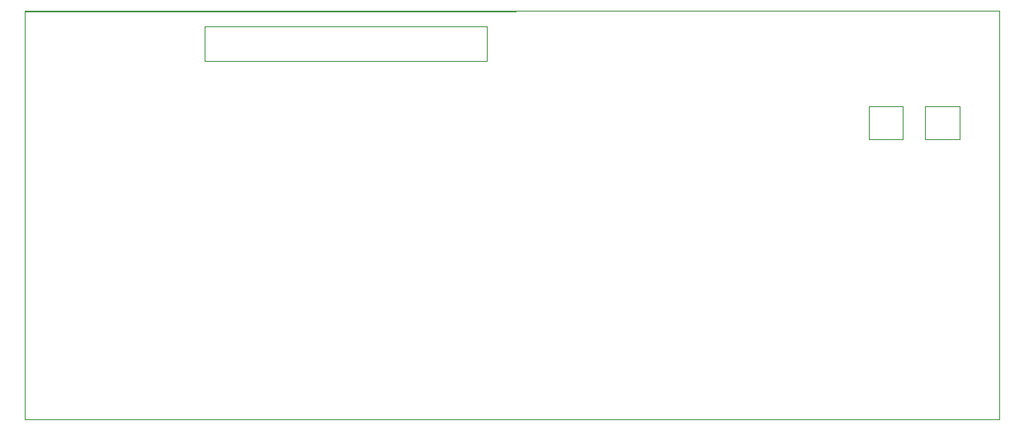
<source format=gbr>
%TF.GenerationSoftware,KiCad,Pcbnew,(5.1.7)-1*%
%TF.CreationDate,2020-10-28T13:08:51+04:00*%
%TF.ProjectId,stm32-home-light,73746d33-322d-4686-9f6d-652d6c696768,rev?*%
%TF.SameCoordinates,Original*%
%TF.FileFunction,Other,User*%
%FSLAX46Y46*%
G04 Gerber Fmt 4.6, Leading zero omitted, Abs format (unit mm)*
G04 Created by KiCad (PCBNEW (5.1.7)-1) date 2020-10-28 13:08:51*
%MOMM*%
%LPD*%
G01*
G04 APERTURE LIST*
%TA.AperFunction,Profile*%
%ADD10C,0.100000*%
%TD*%
%ADD11C,0.050000*%
G04 APERTURE END LIST*
D10*
X229760000Y227500000D02*
X229760000Y185500000D01*
X129760000Y227410000D02*
X229760000Y227500000D01*
X129760000Y185500000D02*
X129760000Y227410000D01*
X229760000Y185500000D02*
X129760000Y185500000D01*
X129760000Y185500000D02*
X129760000Y227500000D01*
X129760000Y227500000D02*
X229760000Y227500000D01*
D11*
%TO.C,J1*%
X177160000Y225900000D02*
X148210000Y225900000D01*
X177160000Y222350000D02*
X177160000Y225900000D01*
X148210000Y222350000D02*
X177160000Y222350000D01*
X148210000Y225900000D02*
X148210000Y222350000D01*
%TO.C,D32*%
X219866400Y217696000D02*
X216366400Y217696000D01*
X219866400Y214296000D02*
X219866400Y217696000D01*
X216366400Y214296000D02*
X219866400Y214296000D01*
X216366400Y217696000D02*
X216366400Y214296000D01*
%TO.C,D31*%
X225657600Y217670600D02*
X222157600Y217670600D01*
X225657600Y214270600D02*
X225657600Y217670600D01*
X222157600Y214270600D02*
X225657600Y214270600D01*
X222157600Y217670600D02*
X222157600Y214270600D01*
%TD*%
M02*

</source>
